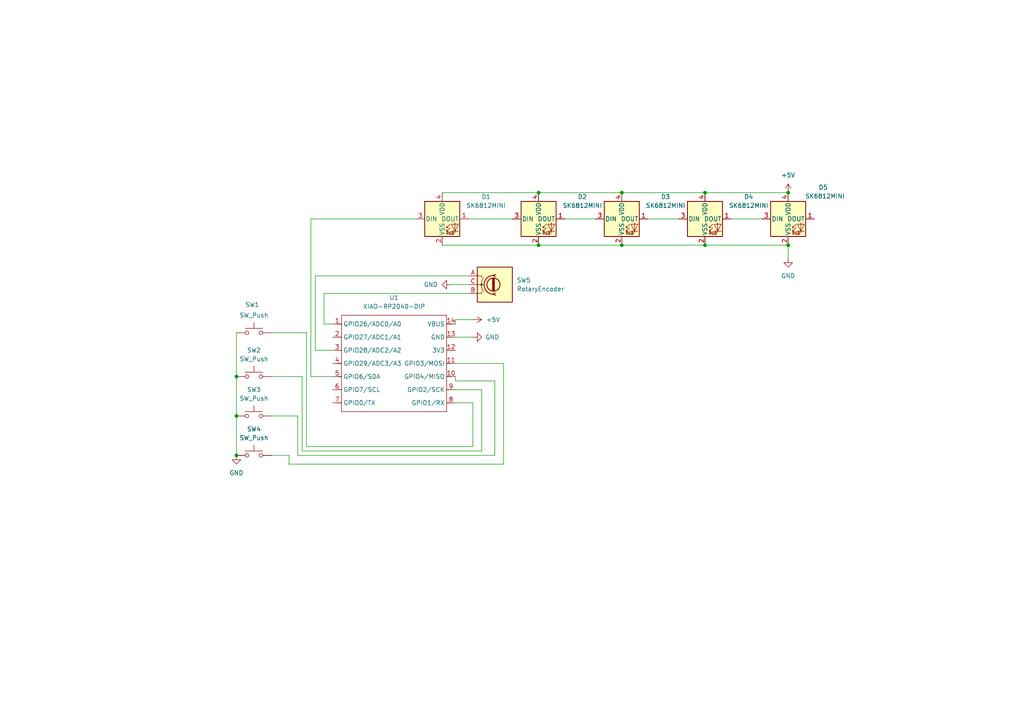
<source format=kicad_sch>
(kicad_sch
	(version 20250114)
	(generator "eeschema")
	(generator_version "9.0")
	(uuid "fee3cd55-7254-4502-a094-22192a44735c")
	(paper "A4")
	(lib_symbols
		(symbol "Device:RotaryEncoder"
			(pin_names
				(offset 0.254)
				(hide yes)
			)
			(exclude_from_sim no)
			(in_bom yes)
			(on_board yes)
			(property "Reference" "SW"
				(at 0 6.604 0)
				(effects
					(font
						(size 1.27 1.27)
					)
				)
			)
			(property "Value" "RotaryEncoder"
				(at 0 -6.604 0)
				(effects
					(font
						(size 1.27 1.27)
					)
				)
			)
			(property "Footprint" ""
				(at -3.81 4.064 0)
				(effects
					(font
						(size 1.27 1.27)
					)
					(hide yes)
				)
			)
			(property "Datasheet" "~"
				(at 0 6.604 0)
				(effects
					(font
						(size 1.27 1.27)
					)
					(hide yes)
				)
			)
			(property "Description" "Rotary encoder, dual channel, incremental quadrate outputs"
				(at 0 0 0)
				(effects
					(font
						(size 1.27 1.27)
					)
					(hide yes)
				)
			)
			(property "ki_keywords" "rotary switch encoder"
				(at 0 0 0)
				(effects
					(font
						(size 1.27 1.27)
					)
					(hide yes)
				)
			)
			(property "ki_fp_filters" "RotaryEncoder*"
				(at 0 0 0)
				(effects
					(font
						(size 1.27 1.27)
					)
					(hide yes)
				)
			)
			(symbol "RotaryEncoder_0_1"
				(rectangle
					(start -5.08 5.08)
					(end 5.08 -5.08)
					(stroke
						(width 0.254)
						(type default)
					)
					(fill
						(type background)
					)
				)
				(polyline
					(pts
						(xy -5.08 2.54) (xy -3.81 2.54) (xy -3.81 2.032)
					)
					(stroke
						(width 0)
						(type default)
					)
					(fill
						(type none)
					)
				)
				(polyline
					(pts
						(xy -5.08 0) (xy -3.81 0) (xy -3.81 -1.016) (xy -3.302 -2.032)
					)
					(stroke
						(width 0)
						(type default)
					)
					(fill
						(type none)
					)
				)
				(polyline
					(pts
						(xy -5.08 -2.54) (xy -3.81 -2.54) (xy -3.81 -2.032)
					)
					(stroke
						(width 0)
						(type default)
					)
					(fill
						(type none)
					)
				)
				(polyline
					(pts
						(xy -4.318 0) (xy -3.81 0) (xy -3.81 1.016) (xy -3.302 2.032)
					)
					(stroke
						(width 0)
						(type default)
					)
					(fill
						(type none)
					)
				)
				(circle
					(center -3.81 0)
					(radius 0.254)
					(stroke
						(width 0)
						(type default)
					)
					(fill
						(type outline)
					)
				)
				(polyline
					(pts
						(xy -0.635 -1.778) (xy -0.635 1.778)
					)
					(stroke
						(width 0.254)
						(type default)
					)
					(fill
						(type none)
					)
				)
				(circle
					(center -0.381 0)
					(radius 1.905)
					(stroke
						(width 0.254)
						(type default)
					)
					(fill
						(type none)
					)
				)
				(polyline
					(pts
						(xy -0.381 -1.778) (xy -0.381 1.778)
					)
					(stroke
						(width 0.254)
						(type default)
					)
					(fill
						(type none)
					)
				)
				(arc
					(start -0.381 -2.794)
					(mid -3.0988 -0.0635)
					(end -0.381 2.667)
					(stroke
						(width 0.254)
						(type default)
					)
					(fill
						(type none)
					)
				)
				(polyline
					(pts
						(xy -0.127 1.778) (xy -0.127 -1.778)
					)
					(stroke
						(width 0.254)
						(type default)
					)
					(fill
						(type none)
					)
				)
				(polyline
					(pts
						(xy 0.254 2.921) (xy -0.508 2.667) (xy 0.127 2.286)
					)
					(stroke
						(width 0.254)
						(type default)
					)
					(fill
						(type none)
					)
				)
				(polyline
					(pts
						(xy 0.254 -3.048) (xy -0.508 -2.794) (xy 0.127 -2.413)
					)
					(stroke
						(width 0.254)
						(type default)
					)
					(fill
						(type none)
					)
				)
			)
			(symbol "RotaryEncoder_1_1"
				(pin passive line
					(at -7.62 2.54 0)
					(length 2.54)
					(name "A"
						(effects
							(font
								(size 1.27 1.27)
							)
						)
					)
					(number "A"
						(effects
							(font
								(size 1.27 1.27)
							)
						)
					)
				)
				(pin passive line
					(at -7.62 0 0)
					(length 2.54)
					(name "C"
						(effects
							(font
								(size 1.27 1.27)
							)
						)
					)
					(number "C"
						(effects
							(font
								(size 1.27 1.27)
							)
						)
					)
				)
				(pin passive line
					(at -7.62 -2.54 0)
					(length 2.54)
					(name "B"
						(effects
							(font
								(size 1.27 1.27)
							)
						)
					)
					(number "B"
						(effects
							(font
								(size 1.27 1.27)
							)
						)
					)
				)
			)
			(embedded_fonts no)
		)
		(symbol "LED:SK6812MINI"
			(pin_names
				(offset 0.254)
			)
			(exclude_from_sim no)
			(in_bom yes)
			(on_board yes)
			(property "Reference" "D"
				(at 5.08 5.715 0)
				(effects
					(font
						(size 1.27 1.27)
					)
					(justify right bottom)
				)
			)
			(property "Value" "SK6812MINI"
				(at 1.27 -5.715 0)
				(effects
					(font
						(size 1.27 1.27)
					)
					(justify left top)
				)
			)
			(property "Footprint" "LED_SMD:LED_SK6812MINI_PLCC4_3.5x3.5mm_P1.75mm"
				(at 1.27 -7.62 0)
				(effects
					(font
						(size 1.27 1.27)
					)
					(justify left top)
					(hide yes)
				)
			)
			(property "Datasheet" "https://cdn-shop.adafruit.com/product-files/2686/SK6812MINI_REV.01-1-2.pdf"
				(at 2.54 -9.525 0)
				(effects
					(font
						(size 1.27 1.27)
					)
					(justify left top)
					(hide yes)
				)
			)
			(property "Description" "RGB LED with integrated controller"
				(at 0 0 0)
				(effects
					(font
						(size 1.27 1.27)
					)
					(hide yes)
				)
			)
			(property "ki_keywords" "RGB LED NeoPixel Mini addressable"
				(at 0 0 0)
				(effects
					(font
						(size 1.27 1.27)
					)
					(hide yes)
				)
			)
			(property "ki_fp_filters" "LED*SK6812MINI*PLCC*3.5x3.5mm*P1.75mm*"
				(at 0 0 0)
				(effects
					(font
						(size 1.27 1.27)
					)
					(hide yes)
				)
			)
			(symbol "SK6812MINI_0_0"
				(text "RGB"
					(at 2.286 -4.191 0)
					(effects
						(font
							(size 0.762 0.762)
						)
					)
				)
			)
			(symbol "SK6812MINI_0_1"
				(polyline
					(pts
						(xy 1.27 -2.54) (xy 1.778 -2.54)
					)
					(stroke
						(width 0)
						(type default)
					)
					(fill
						(type none)
					)
				)
				(polyline
					(pts
						(xy 1.27 -3.556) (xy 1.778 -3.556)
					)
					(stroke
						(width 0)
						(type default)
					)
					(fill
						(type none)
					)
				)
				(polyline
					(pts
						(xy 2.286 -1.524) (xy 1.27 -2.54) (xy 1.27 -2.032)
					)
					(stroke
						(width 0)
						(type default)
					)
					(fill
						(type none)
					)
				)
				(polyline
					(pts
						(xy 2.286 -2.54) (xy 1.27 -3.556) (xy 1.27 -3.048)
					)
					(stroke
						(width 0)
						(type default)
					)
					(fill
						(type none)
					)
				)
				(polyline
					(pts
						(xy 3.683 -1.016) (xy 3.683 -3.556) (xy 3.683 -4.064)
					)
					(stroke
						(width 0)
						(type default)
					)
					(fill
						(type none)
					)
				)
				(polyline
					(pts
						(xy 4.699 -1.524) (xy 2.667 -1.524) (xy 3.683 -3.556) (xy 4.699 -1.524)
					)
					(stroke
						(width 0)
						(type default)
					)
					(fill
						(type none)
					)
				)
				(polyline
					(pts
						(xy 4.699 -3.556) (xy 2.667 -3.556)
					)
					(stroke
						(width 0)
						(type default)
					)
					(fill
						(type none)
					)
				)
				(rectangle
					(start 5.08 5.08)
					(end -5.08 -5.08)
					(stroke
						(width 0.254)
						(type default)
					)
					(fill
						(type background)
					)
				)
			)
			(symbol "SK6812MINI_1_1"
				(pin input line
					(at -7.62 0 0)
					(length 2.54)
					(name "DIN"
						(effects
							(font
								(size 1.27 1.27)
							)
						)
					)
					(number "3"
						(effects
							(font
								(size 1.27 1.27)
							)
						)
					)
				)
				(pin power_in line
					(at 0 7.62 270)
					(length 2.54)
					(name "VDD"
						(effects
							(font
								(size 1.27 1.27)
							)
						)
					)
					(number "4"
						(effects
							(font
								(size 1.27 1.27)
							)
						)
					)
				)
				(pin power_in line
					(at 0 -7.62 90)
					(length 2.54)
					(name "VSS"
						(effects
							(font
								(size 1.27 1.27)
							)
						)
					)
					(number "2"
						(effects
							(font
								(size 1.27 1.27)
							)
						)
					)
				)
				(pin output line
					(at 7.62 0 180)
					(length 2.54)
					(name "DOUT"
						(effects
							(font
								(size 1.27 1.27)
							)
						)
					)
					(number "1"
						(effects
							(font
								(size 1.27 1.27)
							)
						)
					)
				)
			)
			(embedded_fonts no)
		)
		(symbol "OPL:XIAO-RP2040-DIP"
			(exclude_from_sim no)
			(in_bom yes)
			(on_board yes)
			(property "Reference" "U"
				(at 0 0 0)
				(effects
					(font
						(size 1.27 1.27)
					)
				)
			)
			(property "Value" "XIAO-RP2040-DIP"
				(at 5.334 -1.778 0)
				(effects
					(font
						(size 1.27 1.27)
					)
				)
			)
			(property "Footprint" "Module:MOUDLE14P-XIAO-DIP-SMD"
				(at 14.478 -32.258 0)
				(effects
					(font
						(size 1.27 1.27)
					)
					(hide yes)
				)
			)
			(property "Datasheet" ""
				(at 0 0 0)
				(effects
					(font
						(size 1.27 1.27)
					)
					(hide yes)
				)
			)
			(property "Description" ""
				(at 0 0 0)
				(effects
					(font
						(size 1.27 1.27)
					)
					(hide yes)
				)
			)
			(symbol "XIAO-RP2040-DIP_1_0"
				(polyline
					(pts
						(xy -1.27 -2.54) (xy 29.21 -2.54)
					)
					(stroke
						(width 0.1524)
						(type solid)
					)
					(fill
						(type none)
					)
				)
				(polyline
					(pts
						(xy -1.27 -5.08) (xy -2.54 -5.08)
					)
					(stroke
						(width 0.1524)
						(type solid)
					)
					(fill
						(type none)
					)
				)
				(polyline
					(pts
						(xy -1.27 -5.08) (xy -1.27 -2.54)
					)
					(stroke
						(width 0.1524)
						(type solid)
					)
					(fill
						(type none)
					)
				)
				(polyline
					(pts
						(xy -1.27 -8.89) (xy -2.54 -8.89)
					)
					(stroke
						(width 0.1524)
						(type solid)
					)
					(fill
						(type none)
					)
				)
				(polyline
					(pts
						(xy -1.27 -8.89) (xy -1.27 -5.08)
					)
					(stroke
						(width 0.1524)
						(type solid)
					)
					(fill
						(type none)
					)
				)
				(polyline
					(pts
						(xy -1.27 -12.7) (xy -2.54 -12.7)
					)
					(stroke
						(width 0.1524)
						(type solid)
					)
					(fill
						(type none)
					)
				)
				(polyline
					(pts
						(xy -1.27 -12.7) (xy -1.27 -8.89)
					)
					(stroke
						(width 0.1524)
						(type solid)
					)
					(fill
						(type none)
					)
				)
				(polyline
					(pts
						(xy -1.27 -16.51) (xy -2.54 -16.51)
					)
					(stroke
						(width 0.1524)
						(type solid)
					)
					(fill
						(type none)
					)
				)
				(polyline
					(pts
						(xy -1.27 -16.51) (xy -1.27 -12.7)
					)
					(stroke
						(width 0.1524)
						(type solid)
					)
					(fill
						(type none)
					)
				)
				(polyline
					(pts
						(xy -1.27 -20.32) (xy -2.54 -20.32)
					)
					(stroke
						(width 0.1524)
						(type solid)
					)
					(fill
						(type none)
					)
				)
				(polyline
					(pts
						(xy -1.27 -24.13) (xy -2.54 -24.13)
					)
					(stroke
						(width 0.1524)
						(type solid)
					)
					(fill
						(type none)
					)
				)
				(polyline
					(pts
						(xy -1.27 -27.94) (xy -2.54 -27.94)
					)
					(stroke
						(width 0.1524)
						(type solid)
					)
					(fill
						(type none)
					)
				)
				(polyline
					(pts
						(xy -1.27 -30.48) (xy -1.27 -16.51)
					)
					(stroke
						(width 0.1524)
						(type solid)
					)
					(fill
						(type none)
					)
				)
				(polyline
					(pts
						(xy 29.21 -2.54) (xy 29.21 -5.08)
					)
					(stroke
						(width 0.1524)
						(type solid)
					)
					(fill
						(type none)
					)
				)
				(polyline
					(pts
						(xy 29.21 -5.08) (xy 29.21 -8.89)
					)
					(stroke
						(width 0.1524)
						(type solid)
					)
					(fill
						(type none)
					)
				)
				(polyline
					(pts
						(xy 29.21 -8.89) (xy 29.21 -12.7)
					)
					(stroke
						(width 0.1524)
						(type solid)
					)
					(fill
						(type none)
					)
				)
				(polyline
					(pts
						(xy 29.21 -12.7) (xy 29.21 -30.48)
					)
					(stroke
						(width 0.1524)
						(type solid)
					)
					(fill
						(type none)
					)
				)
				(polyline
					(pts
						(xy 29.21 -30.48) (xy -1.27 -30.48)
					)
					(stroke
						(width 0.1524)
						(type solid)
					)
					(fill
						(type none)
					)
				)
				(polyline
					(pts
						(xy 30.48 -5.08) (xy 29.21 -5.08)
					)
					(stroke
						(width 0.1524)
						(type solid)
					)
					(fill
						(type none)
					)
				)
				(polyline
					(pts
						(xy 30.48 -8.89) (xy 29.21 -8.89)
					)
					(stroke
						(width 0.1524)
						(type solid)
					)
					(fill
						(type none)
					)
				)
				(polyline
					(pts
						(xy 30.48 -12.7) (xy 29.21 -12.7)
					)
					(stroke
						(width 0.1524)
						(type solid)
					)
					(fill
						(type none)
					)
				)
				(polyline
					(pts
						(xy 30.48 -16.51) (xy 29.21 -16.51)
					)
					(stroke
						(width 0.1524)
						(type solid)
					)
					(fill
						(type none)
					)
				)
				(polyline
					(pts
						(xy 30.48 -20.32) (xy 29.21 -20.32)
					)
					(stroke
						(width 0.1524)
						(type solid)
					)
					(fill
						(type none)
					)
				)
				(polyline
					(pts
						(xy 30.48 -24.13) (xy 29.21 -24.13)
					)
					(stroke
						(width 0.1524)
						(type solid)
					)
					(fill
						(type none)
					)
				)
				(polyline
					(pts
						(xy 30.48 -27.94) (xy 29.21 -27.94)
					)
					(stroke
						(width 0.1524)
						(type solid)
					)
					(fill
						(type none)
					)
				)
				(pin passive line
					(at -3.81 -5.08 0)
					(length 2.54)
					(name "GPIO26/ADC0/A0"
						(effects
							(font
								(size 1.27 1.27)
							)
						)
					)
					(number "1"
						(effects
							(font
								(size 1.27 1.27)
							)
						)
					)
				)
				(pin passive line
					(at -3.81 -8.89 0)
					(length 2.54)
					(name "GPIO27/ADC1/A1"
						(effects
							(font
								(size 1.27 1.27)
							)
						)
					)
					(number "2"
						(effects
							(font
								(size 1.27 1.27)
							)
						)
					)
				)
				(pin passive line
					(at -3.81 -12.7 0)
					(length 2.54)
					(name "GPIO28/ADC2/A2"
						(effects
							(font
								(size 1.27 1.27)
							)
						)
					)
					(number "3"
						(effects
							(font
								(size 1.27 1.27)
							)
						)
					)
				)
				(pin passive line
					(at -3.81 -16.51 0)
					(length 2.54)
					(name "GPIO29/ADC3/A3"
						(effects
							(font
								(size 1.27 1.27)
							)
						)
					)
					(number "4"
						(effects
							(font
								(size 1.27 1.27)
							)
						)
					)
				)
				(pin passive line
					(at -3.81 -20.32 0)
					(length 2.54)
					(name "GPIO6/SDA"
						(effects
							(font
								(size 1.27 1.27)
							)
						)
					)
					(number "5"
						(effects
							(font
								(size 1.27 1.27)
							)
						)
					)
				)
				(pin passive line
					(at -3.81 -24.13 0)
					(length 2.54)
					(name "GPIO7/SCL"
						(effects
							(font
								(size 1.27 1.27)
							)
						)
					)
					(number "6"
						(effects
							(font
								(size 1.27 1.27)
							)
						)
					)
				)
				(pin passive line
					(at -3.81 -27.94 0)
					(length 2.54)
					(name "GPIO0/TX"
						(effects
							(font
								(size 1.27 1.27)
							)
						)
					)
					(number "7"
						(effects
							(font
								(size 1.27 1.27)
							)
						)
					)
				)
				(pin passive line
					(at 31.75 -5.08 180)
					(length 2.54)
					(name "VBUS"
						(effects
							(font
								(size 1.27 1.27)
							)
						)
					)
					(number "14"
						(effects
							(font
								(size 1.27 1.27)
							)
						)
					)
				)
				(pin passive line
					(at 31.75 -8.89 180)
					(length 2.54)
					(name "GND"
						(effects
							(font
								(size 1.27 1.27)
							)
						)
					)
					(number "13"
						(effects
							(font
								(size 1.27 1.27)
							)
						)
					)
				)
				(pin passive line
					(at 31.75 -12.7 180)
					(length 2.54)
					(name "3V3"
						(effects
							(font
								(size 1.27 1.27)
							)
						)
					)
					(number "12"
						(effects
							(font
								(size 1.27 1.27)
							)
						)
					)
				)
				(pin passive line
					(at 31.75 -16.51 180)
					(length 2.54)
					(name "GPIO3/MOSI"
						(effects
							(font
								(size 1.27 1.27)
							)
						)
					)
					(number "11"
						(effects
							(font
								(size 1.27 1.27)
							)
						)
					)
				)
				(pin passive line
					(at 31.75 -20.32 180)
					(length 2.54)
					(name "GPIO4/MISO"
						(effects
							(font
								(size 1.27 1.27)
							)
						)
					)
					(number "10"
						(effects
							(font
								(size 1.27 1.27)
							)
						)
					)
				)
				(pin passive line
					(at 31.75 -24.13 180)
					(length 2.54)
					(name "GPIO2/SCK"
						(effects
							(font
								(size 1.27 1.27)
							)
						)
					)
					(number "9"
						(effects
							(font
								(size 1.27 1.27)
							)
						)
					)
				)
				(pin passive line
					(at 31.75 -27.94 180)
					(length 2.54)
					(name "GPIO1/RX"
						(effects
							(font
								(size 1.27 1.27)
							)
						)
					)
					(number "8"
						(effects
							(font
								(size 1.27 1.27)
							)
						)
					)
				)
			)
			(embedded_fonts no)
		)
		(symbol "Switch:SW_Push"
			(pin_numbers
				(hide yes)
			)
			(pin_names
				(offset 1.016)
				(hide yes)
			)
			(exclude_from_sim no)
			(in_bom yes)
			(on_board yes)
			(property "Reference" "SW"
				(at 1.27 2.54 0)
				(effects
					(font
						(size 1.27 1.27)
					)
					(justify left)
				)
			)
			(property "Value" "SW_Push"
				(at 0 -1.524 0)
				(effects
					(font
						(size 1.27 1.27)
					)
				)
			)
			(property "Footprint" ""
				(at 0 5.08 0)
				(effects
					(font
						(size 1.27 1.27)
					)
					(hide yes)
				)
			)
			(property "Datasheet" "~"
				(at 0 5.08 0)
				(effects
					(font
						(size 1.27 1.27)
					)
					(hide yes)
				)
			)
			(property "Description" "Push button switch, generic, two pins"
				(at 0 0 0)
				(effects
					(font
						(size 1.27 1.27)
					)
					(hide yes)
				)
			)
			(property "ki_keywords" "switch normally-open pushbutton push-button"
				(at 0 0 0)
				(effects
					(font
						(size 1.27 1.27)
					)
					(hide yes)
				)
			)
			(symbol "SW_Push_0_1"
				(circle
					(center -2.032 0)
					(radius 0.508)
					(stroke
						(width 0)
						(type default)
					)
					(fill
						(type none)
					)
				)
				(polyline
					(pts
						(xy 0 1.27) (xy 0 3.048)
					)
					(stroke
						(width 0)
						(type default)
					)
					(fill
						(type none)
					)
				)
				(circle
					(center 2.032 0)
					(radius 0.508)
					(stroke
						(width 0)
						(type default)
					)
					(fill
						(type none)
					)
				)
				(polyline
					(pts
						(xy 2.54 1.27) (xy -2.54 1.27)
					)
					(stroke
						(width 0)
						(type default)
					)
					(fill
						(type none)
					)
				)
				(pin passive line
					(at -5.08 0 0)
					(length 2.54)
					(name "1"
						(effects
							(font
								(size 1.27 1.27)
							)
						)
					)
					(number "1"
						(effects
							(font
								(size 1.27 1.27)
							)
						)
					)
				)
				(pin passive line
					(at 5.08 0 180)
					(length 2.54)
					(name "2"
						(effects
							(font
								(size 1.27 1.27)
							)
						)
					)
					(number "2"
						(effects
							(font
								(size 1.27 1.27)
							)
						)
					)
				)
			)
			(embedded_fonts no)
		)
		(symbol "power:+5V"
			(power)
			(pin_numbers
				(hide yes)
			)
			(pin_names
				(offset 0)
				(hide yes)
			)
			(exclude_from_sim no)
			(in_bom yes)
			(on_board yes)
			(property "Reference" "#PWR"
				(at 0 -3.81 0)
				(effects
					(font
						(size 1.27 1.27)
					)
					(hide yes)
				)
			)
			(property "Value" "+5V"
				(at 0 3.556 0)
				(effects
					(font
						(size 1.27 1.27)
					)
				)
			)
			(property "Footprint" ""
				(at 0 0 0)
				(effects
					(font
						(size 1.27 1.27)
					)
					(hide yes)
				)
			)
			(property "Datasheet" ""
				(at 0 0 0)
				(effects
					(font
						(size 1.27 1.27)
					)
					(hide yes)
				)
			)
			(property "Description" "Power symbol creates a global label with name \"+5V\""
				(at 0 0 0)
				(effects
					(font
						(size 1.27 1.27)
					)
					(hide yes)
				)
			)
			(property "ki_keywords" "global power"
				(at 0 0 0)
				(effects
					(font
						(size 1.27 1.27)
					)
					(hide yes)
				)
			)
			(symbol "+5V_0_1"
				(polyline
					(pts
						(xy -0.762 1.27) (xy 0 2.54)
					)
					(stroke
						(width 0)
						(type default)
					)
					(fill
						(type none)
					)
				)
				(polyline
					(pts
						(xy 0 2.54) (xy 0.762 1.27)
					)
					(stroke
						(width 0)
						(type default)
					)
					(fill
						(type none)
					)
				)
				(polyline
					(pts
						(xy 0 0) (xy 0 2.54)
					)
					(stroke
						(width 0)
						(type default)
					)
					(fill
						(type none)
					)
				)
			)
			(symbol "+5V_1_1"
				(pin power_in line
					(at 0 0 90)
					(length 0)
					(name "~"
						(effects
							(font
								(size 1.27 1.27)
							)
						)
					)
					(number "1"
						(effects
							(font
								(size 1.27 1.27)
							)
						)
					)
				)
			)
			(embedded_fonts no)
		)
		(symbol "power:GND"
			(power)
			(pin_numbers
				(hide yes)
			)
			(pin_names
				(offset 0)
				(hide yes)
			)
			(exclude_from_sim no)
			(in_bom yes)
			(on_board yes)
			(property "Reference" "#PWR"
				(at 0 -6.35 0)
				(effects
					(font
						(size 1.27 1.27)
					)
					(hide yes)
				)
			)
			(property "Value" "GND"
				(at 0 -3.81 0)
				(effects
					(font
						(size 1.27 1.27)
					)
				)
			)
			(property "Footprint" ""
				(at 0 0 0)
				(effects
					(font
						(size 1.27 1.27)
					)
					(hide yes)
				)
			)
			(property "Datasheet" ""
				(at 0 0 0)
				(effects
					(font
						(size 1.27 1.27)
					)
					(hide yes)
				)
			)
			(property "Description" "Power symbol creates a global label with name \"GND\" , ground"
				(at 0 0 0)
				(effects
					(font
						(size 1.27 1.27)
					)
					(hide yes)
				)
			)
			(property "ki_keywords" "global power"
				(at 0 0 0)
				(effects
					(font
						(size 1.27 1.27)
					)
					(hide yes)
				)
			)
			(symbol "GND_0_1"
				(polyline
					(pts
						(xy 0 0) (xy 0 -1.27) (xy 1.27 -1.27) (xy 0 -2.54) (xy -1.27 -1.27) (xy 0 -1.27)
					)
					(stroke
						(width 0)
						(type default)
					)
					(fill
						(type none)
					)
				)
			)
			(symbol "GND_1_1"
				(pin power_in line
					(at 0 0 270)
					(length 0)
					(name "~"
						(effects
							(font
								(size 1.27 1.27)
							)
						)
					)
					(number "1"
						(effects
							(font
								(size 1.27 1.27)
							)
						)
					)
				)
			)
			(embedded_fonts no)
		)
	)
	(junction
		(at 156.21 71.12)
		(diameter 0)
		(color 0 0 0 0)
		(uuid "09395b25-75d6-4885-9ebf-98dd7ec8fe80")
	)
	(junction
		(at 68.58 109.22)
		(diameter 0)
		(color 0 0 0 0)
		(uuid "150d8f4b-8589-4dfb-a257-5708b7cdda48")
	)
	(junction
		(at 204.47 71.12)
		(diameter 0)
		(color 0 0 0 0)
		(uuid "1ff7cba0-d0aa-4d61-83a8-d13f127ac126")
	)
	(junction
		(at 68.58 132.08)
		(diameter 0)
		(color 0 0 0 0)
		(uuid "22154730-d268-47b0-be45-f2f11fed455d")
	)
	(junction
		(at 180.34 71.12)
		(diameter 0)
		(color 0 0 0 0)
		(uuid "54eee827-8962-4ad1-a5fb-acae631b9222")
	)
	(junction
		(at 156.21 55.88)
		(diameter 0)
		(color 0 0 0 0)
		(uuid "84a8d19f-d94e-4d49-aeec-a660973e14c5")
	)
	(junction
		(at 180.34 55.88)
		(diameter 0)
		(color 0 0 0 0)
		(uuid "9d3770c2-1530-44c1-901d-4712f0986873")
	)
	(junction
		(at 204.47 55.88)
		(diameter 0)
		(color 0 0 0 0)
		(uuid "af2f4776-7f24-4414-b859-c966327e366f")
	)
	(junction
		(at 228.6 71.12)
		(diameter 0)
		(color 0 0 0 0)
		(uuid "b0d69c8f-3d45-490f-b48d-2f5db8e80091")
	)
	(junction
		(at 228.6 55.88)
		(diameter 0)
		(color 0 0 0 0)
		(uuid "ba1955f8-46ed-4160-8697-895eb134a389")
	)
	(junction
		(at 68.58 120.65)
		(diameter 0)
		(color 0 0 0 0)
		(uuid "e0fe6b47-bb39-4b1f-a558-701e7e938794")
	)
	(wire
		(pts
			(xy 128.27 71.12) (xy 156.21 71.12)
		)
		(stroke
			(width 0)
			(type default)
		)
		(uuid "006dbcdb-d636-43c6-bad9-cb0e0d096adc")
	)
	(wire
		(pts
			(xy 68.58 120.65) (xy 68.58 132.08)
		)
		(stroke
			(width 0)
			(type default)
		)
		(uuid "08fb1113-bf83-4f7f-b8a6-1a199edc550b")
	)
	(wire
		(pts
			(xy 135.89 85.09) (xy 93.98 85.09)
		)
		(stroke
			(width 0)
			(type default)
		)
		(uuid "0e861f47-5d93-4a5e-9d83-8ba447c8346a")
	)
	(wire
		(pts
			(xy 87.63 130.81) (xy 139.7 130.81)
		)
		(stroke
			(width 0)
			(type default)
		)
		(uuid "23f2ff14-aedb-4344-b807-6a45fe36921b")
	)
	(wire
		(pts
			(xy 91.44 101.6) (xy 96.52 101.6)
		)
		(stroke
			(width 0)
			(type default)
		)
		(uuid "2c1f8faa-0e96-4892-87ad-6a3f1f2bba3e")
	)
	(wire
		(pts
			(xy 88.9 96.52) (xy 88.9 129.54)
		)
		(stroke
			(width 0)
			(type default)
		)
		(uuid "2d47d2ae-7d82-4274-ba37-4a43ac27e49c")
	)
	(wire
		(pts
			(xy 132.08 110.49) (xy 143.51 110.49)
		)
		(stroke
			(width 0)
			(type default)
		)
		(uuid "30a2eee1-547c-4de9-a658-1d447adb183a")
	)
	(wire
		(pts
			(xy 132.08 113.03) (xy 139.7 113.03)
		)
		(stroke
			(width 0)
			(type default)
		)
		(uuid "33635444-d8b2-4e14-bfd1-d34964115831")
	)
	(wire
		(pts
			(xy 68.58 96.52) (xy 68.58 109.22)
		)
		(stroke
			(width 0)
			(type default)
		)
		(uuid "3c6e30e7-35b1-4a46-9f31-52289e032576")
	)
	(wire
		(pts
			(xy 132.08 116.84) (xy 137.16 116.84)
		)
		(stroke
			(width 0)
			(type default)
		)
		(uuid "3dbf7431-6fed-4226-b3cf-c70c4f8bfdd2")
	)
	(wire
		(pts
			(xy 132.08 92.71) (xy 132.08 93.98)
		)
		(stroke
			(width 0)
			(type default)
		)
		(uuid "4287e6b0-44fd-42c7-9e14-545cde579f9f")
	)
	(wire
		(pts
			(xy 139.7 130.81) (xy 139.7 113.03)
		)
		(stroke
			(width 0)
			(type default)
		)
		(uuid "439bb410-13b8-4f4d-a1c4-9245c568704b")
	)
	(wire
		(pts
			(xy 132.08 92.71) (xy 137.16 92.71)
		)
		(stroke
			(width 0)
			(type default)
		)
		(uuid "46272278-55dd-4f20-a71d-0ab3b6e5d1b3")
	)
	(wire
		(pts
			(xy 156.21 71.12) (xy 180.34 71.12)
		)
		(stroke
			(width 0)
			(type default)
		)
		(uuid "4f46d6af-ca5b-4e37-bab7-1df451e206b7")
	)
	(wire
		(pts
			(xy 143.51 110.49) (xy 143.51 132.08)
		)
		(stroke
			(width 0)
			(type default)
		)
		(uuid "4ffb2b75-7b5b-4bfa-8221-dd5d3edefc7e")
	)
	(wire
		(pts
			(xy 163.83 63.5) (xy 172.72 63.5)
		)
		(stroke
			(width 0)
			(type default)
		)
		(uuid "53d637f7-5402-4850-b208-5959d6c5d720")
	)
	(wire
		(pts
			(xy 228.6 71.12) (xy 228.6 74.93)
		)
		(stroke
			(width 0)
			(type default)
		)
		(uuid "61e7fc25-902a-424b-8368-f728181464f4")
	)
	(wire
		(pts
			(xy 68.58 132.08) (xy 69.85 132.08)
		)
		(stroke
			(width 0)
			(type default)
		)
		(uuid "657d9a2f-0de0-494f-8448-7da616baaf92")
	)
	(wire
		(pts
			(xy 156.21 55.88) (xy 180.34 55.88)
		)
		(stroke
			(width 0)
			(type default)
		)
		(uuid "6b701d5e-b567-450b-969f-ec6a1247337f")
	)
	(wire
		(pts
			(xy 135.89 80.01) (xy 91.44 80.01)
		)
		(stroke
			(width 0)
			(type default)
		)
		(uuid "6c0aa19f-86fe-494e-924a-c20774b382db")
	)
	(wire
		(pts
			(xy 93.98 85.09) (xy 93.98 93.98)
		)
		(stroke
			(width 0)
			(type default)
		)
		(uuid "70a10837-2b2f-45f5-96a6-d24dfc8edfd2")
	)
	(wire
		(pts
			(xy 146.05 134.62) (xy 146.05 105.41)
		)
		(stroke
			(width 0)
			(type default)
		)
		(uuid "71c3a001-c8b2-4776-b27e-713718309c5f")
	)
	(wire
		(pts
			(xy 78.74 109.22) (xy 87.63 109.22)
		)
		(stroke
			(width 0)
			(type default)
		)
		(uuid "776c09eb-036c-4e6d-b29d-3168f7396eda")
	)
	(wire
		(pts
			(xy 88.9 129.54) (xy 137.16 129.54)
		)
		(stroke
			(width 0)
			(type default)
		)
		(uuid "7c9edd0b-912b-4ea9-9119-ed67fb55ea71")
	)
	(wire
		(pts
			(xy 187.96 63.5) (xy 196.85 63.5)
		)
		(stroke
			(width 0)
			(type default)
		)
		(uuid "8afe2b20-e33c-4cb0-8627-462cd8022eb8")
	)
	(wire
		(pts
			(xy 132.08 110.49) (xy 132.08 109.22)
		)
		(stroke
			(width 0)
			(type default)
		)
		(uuid "9562ed04-7281-43e6-85c3-7c349e5fe7d6")
	)
	(wire
		(pts
			(xy 204.47 71.12) (xy 228.6 71.12)
		)
		(stroke
			(width 0)
			(type default)
		)
		(uuid "9f12b3c0-8772-4337-af3f-db699b1c26f7")
	)
	(wire
		(pts
			(xy 93.98 93.98) (xy 96.52 93.98)
		)
		(stroke
			(width 0)
			(type default)
		)
		(uuid "a15cec7f-722a-4fd6-b3cf-95d54407ad6e")
	)
	(wire
		(pts
			(xy 90.17 63.5) (xy 90.17 109.22)
		)
		(stroke
			(width 0)
			(type default)
		)
		(uuid "a6f86e93-c62f-48c5-a3c5-119aecae9bbe")
	)
	(wire
		(pts
			(xy 68.58 109.22) (xy 68.58 120.65)
		)
		(stroke
			(width 0)
			(type default)
		)
		(uuid "a7f86f83-6f14-43b6-b7cc-207e5c5a70c3")
	)
	(wire
		(pts
			(xy 135.89 63.5) (xy 148.59 63.5)
		)
		(stroke
			(width 0)
			(type default)
		)
		(uuid "a9b34884-16eb-479b-9f78-3ece0f07448e")
	)
	(wire
		(pts
			(xy 128.27 55.88) (xy 156.21 55.88)
		)
		(stroke
			(width 0)
			(type default)
		)
		(uuid "ae454f4f-3ea9-433b-9037-fe429b22d1d8")
	)
	(wire
		(pts
			(xy 137.16 129.54) (xy 137.16 116.84)
		)
		(stroke
			(width 0)
			(type default)
		)
		(uuid "b14d4fa5-c10e-485a-96cb-aefe18509644")
	)
	(wire
		(pts
			(xy 83.82 132.08) (xy 83.82 134.62)
		)
		(stroke
			(width 0)
			(type default)
		)
		(uuid "b9cc7dae-91c9-4f93-b0dc-8ecc3407a78e")
	)
	(wire
		(pts
			(xy 132.08 97.79) (xy 137.16 97.79)
		)
		(stroke
			(width 0)
			(type default)
		)
		(uuid "c085d022-3abc-4dd1-88b0-4df54dd99dd5")
	)
	(wire
		(pts
			(xy 212.09 63.5) (xy 220.98 63.5)
		)
		(stroke
			(width 0)
			(type default)
		)
		(uuid "ce14c6eb-2f02-4239-84dc-333a0072927d")
	)
	(wire
		(pts
			(xy 86.36 132.08) (xy 143.51 132.08)
		)
		(stroke
			(width 0)
			(type default)
		)
		(uuid "d7bb25bd-c9e2-42e2-a96b-dec7a95116ee")
	)
	(wire
		(pts
			(xy 204.47 55.88) (xy 228.6 55.88)
		)
		(stroke
			(width 0)
			(type default)
		)
		(uuid "d8b26960-70e9-489e-b856-212a3e4d7800")
	)
	(wire
		(pts
			(xy 83.82 134.62) (xy 146.05 134.62)
		)
		(stroke
			(width 0)
			(type default)
		)
		(uuid "d9d0978b-59d2-439a-a692-168637b5a71f")
	)
	(wire
		(pts
			(xy 180.34 55.88) (xy 204.47 55.88)
		)
		(stroke
			(width 0)
			(type default)
		)
		(uuid "dca9c2cf-2b8a-4e48-a929-0feb31058f42")
	)
	(wire
		(pts
			(xy 87.63 109.22) (xy 87.63 130.81)
		)
		(stroke
			(width 0)
			(type default)
		)
		(uuid "de4af950-8fb3-406d-bb04-cb6de9b020be")
	)
	(wire
		(pts
			(xy 180.34 71.12) (xy 204.47 71.12)
		)
		(stroke
			(width 0)
			(type default)
		)
		(uuid "df4ac4ef-5b4f-48ff-a01e-b5f3b9d90207")
	)
	(wire
		(pts
			(xy 130.81 82.55) (xy 135.89 82.55)
		)
		(stroke
			(width 0)
			(type default)
		)
		(uuid "e08100c6-e2cc-4f82-8413-11dbed341446")
	)
	(wire
		(pts
			(xy 78.74 132.08) (xy 83.82 132.08)
		)
		(stroke
			(width 0)
			(type default)
		)
		(uuid "e23f6b75-c9fc-46c9-892f-ed8258a90d34")
	)
	(wire
		(pts
			(xy 78.74 120.65) (xy 86.36 120.65)
		)
		(stroke
			(width 0)
			(type default)
		)
		(uuid "e5e61be2-b010-4377-bc99-86cd846d1408")
	)
	(wire
		(pts
			(xy 146.05 105.41) (xy 132.08 105.41)
		)
		(stroke
			(width 0)
			(type default)
		)
		(uuid "e6385626-fd8f-4d48-b947-3df51cd8c838")
	)
	(wire
		(pts
			(xy 86.36 120.65) (xy 86.36 132.08)
		)
		(stroke
			(width 0)
			(type default)
		)
		(uuid "eb07b41a-2ea8-4715-ab7e-a7ad61b4ac36")
	)
	(wire
		(pts
			(xy 120.65 63.5) (xy 90.17 63.5)
		)
		(stroke
			(width 0)
			(type default)
		)
		(uuid "ec97440c-c92b-444a-94f1-16861ddbd5f0")
	)
	(wire
		(pts
			(xy 78.74 96.52) (xy 88.9 96.52)
		)
		(stroke
			(width 0)
			(type default)
		)
		(uuid "f2e4e23e-cca7-4f8a-94cb-d3c6027219d8")
	)
	(wire
		(pts
			(xy 91.44 80.01) (xy 91.44 101.6)
		)
		(stroke
			(width 0)
			(type default)
		)
		(uuid "fbda87ce-35e4-4099-b5e5-5541005511bc")
	)
	(wire
		(pts
			(xy 90.17 109.22) (xy 96.52 109.22)
		)
		(stroke
			(width 0)
			(type default)
		)
		(uuid "fc1d65c8-5f8f-46c3-9e42-30b64333c34a")
	)
	(symbol
		(lib_id "LED:SK6812MINI")
		(at 228.6 63.5 0)
		(unit 1)
		(exclude_from_sim no)
		(in_bom yes)
		(on_board yes)
		(dnp no)
		(uuid "07932d36-551c-45c6-abb4-771f648a1c4a")
		(property "Reference" "D5"
			(at 238.76 54.356 0)
			(effects
				(font
					(size 1.27 1.27)
				)
			)
		)
		(property "Value" "SK6812MINI"
			(at 239.268 56.896 0)
			(effects
				(font
					(size 1.27 1.27)
				)
			)
		)
		(property "Footprint" "LED_SMD:LED_SK6812MINI_PLCC4_3.5x3.5mm_P1.75mm"
			(at 229.87 71.12 0)
			(effects
				(font
					(size 1.27 1.27)
				)
				(justify left top)
				(hide yes)
			)
		)
		(property "Datasheet" "https://cdn-shop.adafruit.com/product-files/2686/SK6812MINI_REV.01-1-2.pdf"
			(at 231.14 73.025 0)
			(effects
				(font
					(size 1.27 1.27)
				)
				(justify left top)
				(hide yes)
			)
		)
		(property "Description" "RGB LED with integrated controller"
			(at 228.6 63.5 0)
			(effects
				(font
					(size 1.27 1.27)
				)
				(hide yes)
			)
		)
		(pin "1"
			(uuid "623eb5b9-02ad-48d5-87d8-23afd959c4d6")
		)
		(pin "4"
			(uuid "e9ee65b3-3425-47fd-a6f1-475ba6f3a433")
		)
		(pin "2"
			(uuid "b2f95f85-8ea5-4372-b933-3a4fe09f42e9")
		)
		(pin "3"
			(uuid "cacfd606-b622-4ead-9001-1f6966c3a6b6")
		)
		(instances
			(project ""
				(path "/fee3cd55-7254-4502-a094-22192a44735c"
					(reference "D5")
					(unit 1)
				)
			)
		)
	)
	(symbol
		(lib_id "Switch:SW_Push")
		(at 73.66 132.08 0)
		(unit 1)
		(exclude_from_sim no)
		(in_bom yes)
		(on_board yes)
		(dnp no)
		(fields_autoplaced yes)
		(uuid "09ba047a-ef38-47c2-a9f9-7337a385af51")
		(property "Reference" "SW4"
			(at 73.66 124.46 0)
			(effects
				(font
					(size 1.27 1.27)
				)
			)
		)
		(property "Value" "SW_Push"
			(at 73.66 127 0)
			(effects
				(font
					(size 1.27 1.27)
				)
			)
		)
		(property "Footprint" "Button_Switch_Keyboard:SW_Cherry_MX_1.00u_PCB"
			(at 73.66 127 0)
			(effects
				(font
					(size 1.27 1.27)
				)
				(hide yes)
			)
		)
		(property "Datasheet" "~"
			(at 73.66 127 0)
			(effects
				(font
					(size 1.27 1.27)
				)
				(hide yes)
			)
		)
		(property "Description" "Push button switch, generic, two pins"
			(at 73.66 132.08 0)
			(effects
				(font
					(size 1.27 1.27)
				)
				(hide yes)
			)
		)
		(pin "2"
			(uuid "eec880a8-8ea6-4647-84e0-34ff2d0757de")
		)
		(pin "1"
			(uuid "503430bd-7012-46a6-8ded-afcc8e5e6cc0")
		)
		(instances
			(project ""
				(path "/fee3cd55-7254-4502-a094-22192a44735c"
					(reference "SW4")
					(unit 1)
				)
			)
		)
	)
	(symbol
		(lib_id "LED:SK6812MINI")
		(at 204.47 63.5 0)
		(unit 1)
		(exclude_from_sim no)
		(in_bom yes)
		(on_board yes)
		(dnp no)
		(fields_autoplaced yes)
		(uuid "115c8b2a-7664-4932-9eec-fafc917afa0b")
		(property "Reference" "D4"
			(at 217.17 57.0798 0)
			(effects
				(font
					(size 1.27 1.27)
				)
			)
		)
		(property "Value" "SK6812MINI"
			(at 217.17 59.6198 0)
			(effects
				(font
					(size 1.27 1.27)
				)
			)
		)
		(property "Footprint" "LED_SMD:LED_SK6812MINI_PLCC4_3.5x3.5mm_P1.75mm"
			(at 205.74 71.12 0)
			(effects
				(font
					(size 1.27 1.27)
				)
				(justify left top)
				(hide yes)
			)
		)
		(property "Datasheet" "https://cdn-shop.adafruit.com/product-files/2686/SK6812MINI_REV.01-1-2.pdf"
			(at 207.01 73.025 0)
			(effects
				(font
					(size 1.27 1.27)
				)
				(justify left top)
				(hide yes)
			)
		)
		(property "Description" "RGB LED with integrated controller"
			(at 204.47 63.5 0)
			(effects
				(font
					(size 1.27 1.27)
				)
				(hide yes)
			)
		)
		(pin "1"
			(uuid "623eb5b9-02ad-48d5-87d8-23afd959c4d7")
		)
		(pin "4"
			(uuid "e9ee65b3-3425-47fd-a6f1-475ba6f3a434")
		)
		(pin "2"
			(uuid "b2f95f85-8ea5-4372-b933-3a4fe09f42ea")
		)
		(pin "3"
			(uuid "cacfd606-b622-4ead-9001-1f6966c3a6b7")
		)
		(instances
			(project ""
				(path "/fee3cd55-7254-4502-a094-22192a44735c"
					(reference "D4")
					(unit 1)
				)
			)
		)
	)
	(symbol
		(lib_id "Device:RotaryEncoder")
		(at 143.51 82.55 0)
		(unit 1)
		(exclude_from_sim no)
		(in_bom yes)
		(on_board yes)
		(dnp no)
		(uuid "1e6dde3c-c60e-4121-861b-31e788567eb3")
		(property "Reference" "SW5"
			(at 149.86 81.2799 0)
			(effects
				(font
					(size 1.27 1.27)
				)
				(justify left)
			)
		)
		(property "Value" "RotaryEncoder"
			(at 149.86 83.8199 0)
			(effects
				(font
					(size 1.27 1.27)
				)
				(justify left)
			)
		)
		(property "Footprint" "OPL:RotaryEncoder_Alps_EC11E-Switch_Vertical_H20mm"
			(at 139.7 78.486 0)
			(effects
				(font
					(size 1.27 1.27)
				)
				(hide yes)
			)
		)
		(property "Datasheet" "~"
			(at 143.51 75.946 0)
			(effects
				(font
					(size 1.27 1.27)
				)
				(hide yes)
			)
		)
		(property "Description" "Rotary encoder, dual channel, incremental quadrate outputs"
			(at 143.51 82.55 0)
			(effects
				(font
					(size 1.27 1.27)
				)
				(hide yes)
			)
		)
		(pin "A"
			(uuid "2d54219a-69d5-45a3-ae7b-e99b91194ddd")
		)
		(pin "C"
			(uuid "382629fb-cd78-48f9-8701-be8b76826fc2")
		)
		(pin "B"
			(uuid "b1d39716-7c53-4048-9964-4faf65aa8e8a")
		)
		(instances
			(project ""
				(path "/fee3cd55-7254-4502-a094-22192a44735c"
					(reference "SW5")
					(unit 1)
				)
			)
		)
	)
	(symbol
		(lib_id "power:GND")
		(at 68.58 132.08 0)
		(unit 1)
		(exclude_from_sim no)
		(in_bom yes)
		(on_board yes)
		(dnp no)
		(fields_autoplaced yes)
		(uuid "280520c3-5575-47d6-bfda-524a57f20fba")
		(property "Reference" "#PWR03"
			(at 68.58 138.43 0)
			(effects
				(font
					(size 1.27 1.27)
				)
				(hide yes)
			)
		)
		(property "Value" "GND"
			(at 68.58 137.16 0)
			(effects
				(font
					(size 1.27 1.27)
				)
			)
		)
		(property "Footprint" ""
			(at 68.58 132.08 0)
			(effects
				(font
					(size 1.27 1.27)
				)
				(hide yes)
			)
		)
		(property "Datasheet" ""
			(at 68.58 132.08 0)
			(effects
				(font
					(size 1.27 1.27)
				)
				(hide yes)
			)
		)
		(property "Description" "Power symbol creates a global label with name \"GND\" , ground"
			(at 68.58 132.08 0)
			(effects
				(font
					(size 1.27 1.27)
				)
				(hide yes)
			)
		)
		(pin "1"
			(uuid "d2f1cfc7-85bb-4a4d-9926-0deec081b8c9")
		)
		(instances
			(project ""
				(path "/fee3cd55-7254-4502-a094-22192a44735c"
					(reference "#PWR03")
					(unit 1)
				)
			)
		)
	)
	(symbol
		(lib_id "power:GND")
		(at 137.16 97.79 90)
		(mirror x)
		(unit 1)
		(exclude_from_sim no)
		(in_bom yes)
		(on_board yes)
		(dnp no)
		(uuid "2c8f1e67-e72c-4237-b037-ef0ce538619f")
		(property "Reference" "#PWR05"
			(at 143.51 97.79 0)
			(effects
				(font
					(size 1.27 1.27)
				)
				(hide yes)
			)
		)
		(property "Value" "GND"
			(at 140.716 97.79 90)
			(effects
				(font
					(size 1.27 1.27)
				)
				(justify right)
			)
		)
		(property "Footprint" ""
			(at 137.16 97.79 0)
			(effects
				(font
					(size 1.27 1.27)
				)
				(hide yes)
			)
		)
		(property "Datasheet" ""
			(at 137.16 97.79 0)
			(effects
				(font
					(size 1.27 1.27)
				)
				(hide yes)
			)
		)
		(property "Description" "Power symbol creates a global label with name \"GND\" , ground"
			(at 137.16 97.79 0)
			(effects
				(font
					(size 1.27 1.27)
				)
				(hide yes)
			)
		)
		(pin "1"
			(uuid "e4a71aa4-db5d-4abd-8395-b38fbbcdc61a")
		)
		(instances
			(project ""
				(path "/fee3cd55-7254-4502-a094-22192a44735c"
					(reference "#PWR05")
					(unit 1)
				)
			)
		)
	)
	(symbol
		(lib_id "power:GND")
		(at 130.81 82.55 270)
		(unit 1)
		(exclude_from_sim no)
		(in_bom yes)
		(on_board yes)
		(dnp no)
		(fields_autoplaced yes)
		(uuid "37e547a9-013c-4656-8033-1f804cee1293")
		(property "Reference" "#PWR06"
			(at 124.46 82.55 0)
			(effects
				(font
					(size 1.27 1.27)
				)
				(hide yes)
			)
		)
		(property "Value" "GND"
			(at 127 82.5499 90)
			(effects
				(font
					(size 1.27 1.27)
				)
				(justify right)
			)
		)
		(property "Footprint" ""
			(at 130.81 82.55 0)
			(effects
				(font
					(size 1.27 1.27)
				)
				(hide yes)
			)
		)
		(property "Datasheet" ""
			(at 130.81 82.55 0)
			(effects
				(font
					(size 1.27 1.27)
				)
				(hide yes)
			)
		)
		(property "Description" "Power symbol creates a global label with name \"GND\" , ground"
			(at 130.81 82.55 0)
			(effects
				(font
					(size 1.27 1.27)
				)
				(hide yes)
			)
		)
		(pin "1"
			(uuid "a9ec5c8e-2e3b-4ef9-b058-569c7329e990")
		)
		(instances
			(project ""
				(path "/fee3cd55-7254-4502-a094-22192a44735c"
					(reference "#PWR06")
					(unit 1)
				)
			)
		)
	)
	(symbol
		(lib_id "LED:SK6812MINI")
		(at 128.27 63.5 0)
		(unit 1)
		(exclude_from_sim no)
		(in_bom yes)
		(on_board yes)
		(dnp no)
		(fields_autoplaced yes)
		(uuid "502404bc-9190-43de-80c1-cdd742eeb844")
		(property "Reference" "D1"
			(at 140.97 57.0798 0)
			(effects
				(font
					(size 1.27 1.27)
				)
			)
		)
		(property "Value" "SK6812MINI"
			(at 140.97 59.6198 0)
			(effects
				(font
					(size 1.27 1.27)
				)
			)
		)
		(property "Footprint" "LED_SMD:LED_SK6812MINI_PLCC4_3.5x3.5mm_P1.75mm"
			(at 129.54 71.12 0)
			(effects
				(font
					(size 1.27 1.27)
				)
				(justify left top)
				(hide yes)
			)
		)
		(property "Datasheet" "https://cdn-shop.adafruit.com/product-files/2686/SK6812MINI_REV.01-1-2.pdf"
			(at 130.81 73.025 0)
			(effects
				(font
					(size 1.27 1.27)
				)
				(justify left top)
				(hide yes)
			)
		)
		(property "Description" "RGB LED with integrated controller"
			(at 128.27 63.5 0)
			(effects
				(font
					(size 1.27 1.27)
				)
				(hide yes)
			)
		)
		(pin "1"
			(uuid "623eb5b9-02ad-48d5-87d8-23afd959c4d8")
		)
		(pin "4"
			(uuid "e9ee65b3-3425-47fd-a6f1-475ba6f3a435")
		)
		(pin "2"
			(uuid "b2f95f85-8ea5-4372-b933-3a4fe09f42eb")
		)
		(pin "3"
			(uuid "cacfd606-b622-4ead-9001-1f6966c3a6b8")
		)
		(instances
			(project ""
				(path "/fee3cd55-7254-4502-a094-22192a44735c"
					(reference "D1")
					(unit 1)
				)
			)
		)
	)
	(symbol
		(lib_id "Switch:SW_Push")
		(at 73.66 120.65 0)
		(unit 1)
		(exclude_from_sim no)
		(in_bom yes)
		(on_board yes)
		(dnp no)
		(fields_autoplaced yes)
		(uuid "60724ed6-16dc-49a3-85a8-5e47e76e4bd7")
		(property "Reference" "SW3"
			(at 73.66 113.03 0)
			(effects
				(font
					(size 1.27 1.27)
				)
			)
		)
		(property "Value" "SW_Push"
			(at 73.66 115.57 0)
			(effects
				(font
					(size 1.27 1.27)
				)
			)
		)
		(property "Footprint" "Button_Switch_Keyboard:SW_Cherry_MX_1.00u_PCB"
			(at 73.66 115.57 0)
			(effects
				(font
					(size 1.27 1.27)
				)
				(hide yes)
			)
		)
		(property "Datasheet" "~"
			(at 73.66 115.57 0)
			(effects
				(font
					(size 1.27 1.27)
				)
				(hide yes)
			)
		)
		(property "Description" "Push button switch, generic, two pins"
			(at 73.66 120.65 0)
			(effects
				(font
					(size 1.27 1.27)
				)
				(hide yes)
			)
		)
		(pin "2"
			(uuid "eec880a8-8ea6-4647-84e0-34ff2d0757df")
		)
		(pin "1"
			(uuid "503430bd-7012-46a6-8ded-afcc8e5e6cc1")
		)
		(instances
			(project ""
				(path "/fee3cd55-7254-4502-a094-22192a44735c"
					(reference "SW3")
					(unit 1)
				)
			)
		)
	)
	(symbol
		(lib_id "LED:SK6812MINI")
		(at 156.21 63.5 0)
		(unit 1)
		(exclude_from_sim no)
		(in_bom yes)
		(on_board yes)
		(dnp no)
		(fields_autoplaced yes)
		(uuid "76482c35-9480-4e2a-85aa-02a21a8ccb98")
		(property "Reference" "D2"
			(at 168.91 57.0798 0)
			(effects
				(font
					(size 1.27 1.27)
				)
			)
		)
		(property "Value" "SK6812MINI"
			(at 168.91 59.6198 0)
			(effects
				(font
					(size 1.27 1.27)
				)
			)
		)
		(property "Footprint" "LED_SMD:LED_SK6812MINI_PLCC4_3.5x3.5mm_P1.75mm"
			(at 157.48 71.12 0)
			(effects
				(font
					(size 1.27 1.27)
				)
				(justify left top)
				(hide yes)
			)
		)
		(property "Datasheet" "https://cdn-shop.adafruit.com/product-files/2686/SK6812MINI_REV.01-1-2.pdf"
			(at 158.75 73.025 0)
			(effects
				(font
					(size 1.27 1.27)
				)
				(justify left top)
				(hide yes)
			)
		)
		(property "Description" "RGB LED with integrated controller"
			(at 156.21 63.5 0)
			(effects
				(font
					(size 1.27 1.27)
				)
				(hide yes)
			)
		)
		(pin "1"
			(uuid "623eb5b9-02ad-48d5-87d8-23afd959c4d9")
		)
		(pin "4"
			(uuid "e9ee65b3-3425-47fd-a6f1-475ba6f3a436")
		)
		(pin "2"
			(uuid "b2f95f85-8ea5-4372-b933-3a4fe09f42ec")
		)
		(pin "3"
			(uuid "cacfd606-b622-4ead-9001-1f6966c3a6b9")
		)
		(instances
			(project ""
				(path "/fee3cd55-7254-4502-a094-22192a44735c"
					(reference "D2")
					(unit 1)
				)
			)
		)
	)
	(symbol
		(lib_id "power:GND")
		(at 228.6 74.93 0)
		(unit 1)
		(exclude_from_sim no)
		(in_bom yes)
		(on_board yes)
		(dnp no)
		(fields_autoplaced yes)
		(uuid "78be124a-9c37-45cc-88b5-2d6921bce19b")
		(property "Reference" "#PWR04"
			(at 228.6 81.28 0)
			(effects
				(font
					(size 1.27 1.27)
				)
				(hide yes)
			)
		)
		(property "Value" "GND"
			(at 228.6 80.01 0)
			(effects
				(font
					(size 1.27 1.27)
				)
			)
		)
		(property "Footprint" ""
			(at 228.6 74.93 0)
			(effects
				(font
					(size 1.27 1.27)
				)
				(hide yes)
			)
		)
		(property "Datasheet" ""
			(at 228.6 74.93 0)
			(effects
				(font
					(size 1.27 1.27)
				)
				(hide yes)
			)
		)
		(property "Description" "Power symbol creates a global label with name \"GND\" , ground"
			(at 228.6 74.93 0)
			(effects
				(font
					(size 1.27 1.27)
				)
				(hide yes)
			)
		)
		(pin "1"
			(uuid "d650d159-cc5e-4160-9033-f8d320026b96")
		)
		(instances
			(project ""
				(path "/fee3cd55-7254-4502-a094-22192a44735c"
					(reference "#PWR04")
					(unit 1)
				)
			)
		)
	)
	(symbol
		(lib_id "LED:SK6812MINI")
		(at 180.34 63.5 0)
		(unit 1)
		(exclude_from_sim no)
		(in_bom yes)
		(on_board yes)
		(dnp no)
		(fields_autoplaced yes)
		(uuid "7b62c3c1-79fb-4462-8340-149853389c1a")
		(property "Reference" "D3"
			(at 193.04 57.0798 0)
			(effects
				(font
					(size 1.27 1.27)
				)
			)
		)
		(property "Value" "SK6812MINI"
			(at 193.04 59.6198 0)
			(effects
				(font
					(size 1.27 1.27)
				)
			)
		)
		(property "Footprint" "LED_SMD:LED_SK6812MINI_PLCC4_3.5x3.5mm_P1.75mm"
			(at 181.61 71.12 0)
			(effects
				(font
					(size 1.27 1.27)
				)
				(justify left top)
				(hide yes)
			)
		)
		(property "Datasheet" "https://cdn-shop.adafruit.com/product-files/2686/SK6812MINI_REV.01-1-2.pdf"
			(at 182.88 73.025 0)
			(effects
				(font
					(size 1.27 1.27)
				)
				(justify left top)
				(hide yes)
			)
		)
		(property "Description" "RGB LED with integrated controller"
			(at 180.34 63.5 0)
			(effects
				(font
					(size 1.27 1.27)
				)
				(hide yes)
			)
		)
		(pin "1"
			(uuid "623eb5b9-02ad-48d5-87d8-23afd959c4da")
		)
		(pin "4"
			(uuid "e9ee65b3-3425-47fd-a6f1-475ba6f3a437")
		)
		(pin "2"
			(uuid "b2f95f85-8ea5-4372-b933-3a4fe09f42ed")
		)
		(pin "3"
			(uuid "cacfd606-b622-4ead-9001-1f6966c3a6ba")
		)
		(instances
			(project ""
				(path "/fee3cd55-7254-4502-a094-22192a44735c"
					(reference "D3")
					(unit 1)
				)
			)
		)
	)
	(symbol
		(lib_id "Switch:SW_Push")
		(at 73.66 96.52 0)
		(unit 1)
		(exclude_from_sim no)
		(in_bom yes)
		(on_board yes)
		(dnp no)
		(uuid "9005dd56-96af-4cb4-afd1-bbd375323639")
		(property "Reference" "SW1"
			(at 73.152 88.392 0)
			(effects
				(font
					(size 1.27 1.27)
				)
			)
		)
		(property "Value" "SW_Push"
			(at 73.66 91.44 0)
			(effects
				(font
					(size 1.27 1.27)
				)
			)
		)
		(property "Footprint" "Button_Switch_Keyboard:SW_Cherry_MX_1.00u_PCB"
			(at 73.66 91.44 0)
			(effects
				(font
					(size 1.27 1.27)
				)
				(hide yes)
			)
		)
		(property "Datasheet" "~"
			(at 73.66 91.44 0)
			(effects
				(font
					(size 1.27 1.27)
				)
				(hide yes)
			)
		)
		(property "Description" "Push button switch, generic, two pins"
			(at 73.66 96.52 0)
			(effects
				(font
					(size 1.27 1.27)
				)
				(hide yes)
			)
		)
		(pin "1"
			(uuid "6ad086d1-e49d-4b60-a2b7-88ee0f271fd9")
		)
		(pin "2"
			(uuid "1d8f869d-b271-4e58-a3b7-a80bce9ba40b")
		)
		(instances
			(project ""
				(path "/fee3cd55-7254-4502-a094-22192a44735c"
					(reference "SW1")
					(unit 1)
				)
			)
		)
	)
	(symbol
		(lib_id "OPL:XIAO-RP2040-DIP")
		(at 100.33 88.9 0)
		(unit 1)
		(exclude_from_sim no)
		(in_bom yes)
		(on_board yes)
		(dnp no)
		(uuid "cee8401b-9f66-4f18-8867-781fac6e189e")
		(property "Reference" "U1"
			(at 114.3 86.36 0)
			(effects
				(font
					(size 1.27 1.27)
				)
			)
		)
		(property "Value" "XIAO-RP2040-DIP"
			(at 114.3 88.9 0)
			(effects
				(font
					(size 1.27 1.27)
				)
			)
		)
		(property "Footprint" "OPL:XIAO-RP2350-DIP"
			(at 114.808 121.158 0)
			(effects
				(font
					(size 1.27 1.27)
				)
				(hide yes)
			)
		)
		(property "Datasheet" ""
			(at 100.33 88.9 0)
			(effects
				(font
					(size 1.27 1.27)
				)
				(hide yes)
			)
		)
		(property "Description" ""
			(at 100.33 88.9 0)
			(effects
				(font
					(size 1.27 1.27)
				)
				(hide yes)
			)
		)
		(pin "3"
			(uuid "6ed7e072-efe8-4efa-ad0f-ea8062907837")
		)
		(pin "7"
			(uuid "4e19ca48-4c0b-4b7c-838a-a7dc19a9e912")
		)
		(pin "13"
			(uuid "4210db3a-5872-49aa-b16b-d019c35229af")
		)
		(pin "9"
			(uuid "a7f8aca8-d5fa-48b9-8d2a-79b0f73e2dae")
		)
		(pin "6"
			(uuid "f36a8c1d-9fa3-4839-a5bb-dee12a90dd9d")
		)
		(pin "12"
			(uuid "e692654e-fd35-4828-8181-08b4b3ede2ae")
		)
		(pin "4"
			(uuid "2d37cbba-7c39-4325-9852-afb17c8dd260")
		)
		(pin "10"
			(uuid "20ad7c83-d082-45c4-af90-9c3bf4145417")
		)
		(pin "14"
			(uuid "e1b37e52-36a4-4e17-84c9-6529327ca179")
		)
		(pin "1"
			(uuid "de4ce6ae-d841-467e-a546-7c6c8986c9a1")
		)
		(pin "2"
			(uuid "3b41d993-4a00-4a9a-97f7-5452399bc0a5")
		)
		(pin "5"
			(uuid "8ed5b431-d905-43c7-b2c5-91febe4248ef")
		)
		(pin "11"
			(uuid "ccb08168-fb36-4b30-84a7-c0a86a47369f")
		)
		(pin "8"
			(uuid "379eee15-2342-48ff-b0ef-f7fe4e3c134b")
		)
		(instances
			(project ""
				(path "/fee3cd55-7254-4502-a094-22192a44735c"
					(reference "U1")
					(unit 1)
				)
			)
		)
	)
	(symbol
		(lib_id "power:+5V")
		(at 228.6 55.88 0)
		(unit 1)
		(exclude_from_sim no)
		(in_bom yes)
		(on_board yes)
		(dnp no)
		(fields_autoplaced yes)
		(uuid "d69fe94a-e798-4626-b4b2-c221983d0c4d")
		(property "Reference" "#PWR02"
			(at 228.6 59.69 0)
			(effects
				(font
					(size 1.27 1.27)
				)
				(hide yes)
			)
		)
		(property "Value" "+5V"
			(at 228.6 50.8 0)
			(effects
				(font
					(size 1.27 1.27)
				)
			)
		)
		(property "Footprint" ""
			(at 228.6 55.88 0)
			(effects
				(font
					(size 1.27 1.27)
				)
				(hide yes)
			)
		)
		(property "Datasheet" ""
			(at 228.6 55.88 0)
			(effects
				(font
					(size 1.27 1.27)
				)
				(hide yes)
			)
		)
		(property "Description" "Power symbol creates a global label with name \"+5V\""
			(at 228.6 55.88 0)
			(effects
				(font
					(size 1.27 1.27)
				)
				(hide yes)
			)
		)
		(pin "1"
			(uuid "3cf9af43-1382-4f37-a95b-0dd969050738")
		)
		(instances
			(project ""
				(path "/fee3cd55-7254-4502-a094-22192a44735c"
					(reference "#PWR02")
					(unit 1)
				)
			)
		)
	)
	(symbol
		(lib_id "power:+5V")
		(at 137.16 92.71 270)
		(mirror x)
		(unit 1)
		(exclude_from_sim no)
		(in_bom yes)
		(on_board yes)
		(dnp no)
		(fields_autoplaced yes)
		(uuid "e31082e2-5041-4564-95ce-9c2f81900b49")
		(property "Reference" "#PWR01"
			(at 133.35 92.71 0)
			(effects
				(font
					(size 1.27 1.27)
				)
				(hide yes)
			)
		)
		(property "Value" "+5V"
			(at 140.97 92.7099 90)
			(effects
				(font
					(size 1.27 1.27)
				)
				(justify left)
			)
		)
		(property "Footprint" ""
			(at 137.16 92.71 0)
			(effects
				(font
					(size 1.27 1.27)
				)
				(hide yes)
			)
		)
		(property "Datasheet" ""
			(at 137.16 92.71 0)
			(effects
				(font
					(size 1.27 1.27)
				)
				(hide yes)
			)
		)
		(property "Description" "Power symbol creates a global label with name \"+5V\""
			(at 137.16 92.71 0)
			(effects
				(font
					(size 1.27 1.27)
				)
				(hide yes)
			)
		)
		(pin "1"
			(uuid "a720de58-29aa-4ae5-b5be-ca9eafb72baa")
		)
		(instances
			(project ""
				(path "/fee3cd55-7254-4502-a094-22192a44735c"
					(reference "#PWR01")
					(unit 1)
				)
			)
		)
	)
	(symbol
		(lib_id "Switch:SW_Push")
		(at 73.66 109.22 0)
		(unit 1)
		(exclude_from_sim no)
		(in_bom yes)
		(on_board yes)
		(dnp no)
		(fields_autoplaced yes)
		(uuid "f72a832e-ce7b-43e5-ad47-a00f702afbb8")
		(property "Reference" "SW2"
			(at 73.66 101.6 0)
			(effects
				(font
					(size 1.27 1.27)
				)
			)
		)
		(property "Value" "SW_Push"
			(at 73.66 104.14 0)
			(effects
				(font
					(size 1.27 1.27)
				)
			)
		)
		(property "Footprint" "Button_Switch_Keyboard:SW_Cherry_MX_1.00u_PCB"
			(at 73.66 104.14 0)
			(effects
				(font
					(size 1.27 1.27)
				)
				(hide yes)
			)
		)
		(property "Datasheet" "~"
			(at 73.66 104.14 0)
			(effects
				(font
					(size 1.27 1.27)
				)
				(hide yes)
			)
		)
		(property "Description" "Push button switch, generic, two pins"
			(at 73.66 109.22 0)
			(effects
				(font
					(size 1.27 1.27)
				)
				(hide yes)
			)
		)
		(pin "2"
			(uuid "eec880a8-8ea6-4647-84e0-34ff2d0757e0")
		)
		(pin "1"
			(uuid "503430bd-7012-46a6-8ded-afcc8e5e6cc2")
		)
		(instances
			(project ""
				(path "/fee3cd55-7254-4502-a094-22192a44735c"
					(reference "SW2")
					(unit 1)
				)
			)
		)
	)
	(sheet_instances
		(path "/"
			(page "1")
		)
	)
	(embedded_fonts no)
)

</source>
